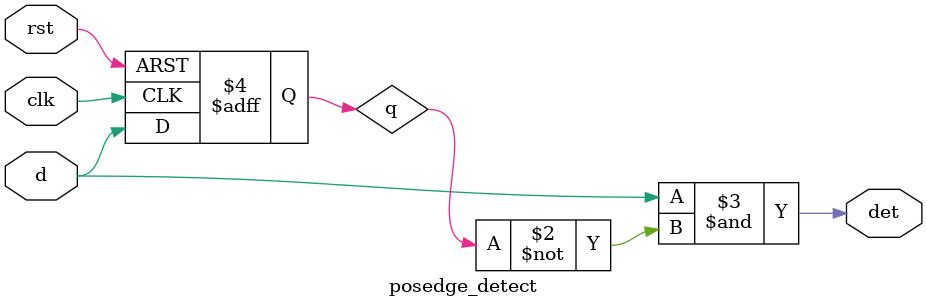
<source format=v>
`timescale 1ns / 1ps
/*
    Engineers: Colton Curtis, Ethan Hua, Rodrigo Becerril Ferreyra
    Company: California State University, Long Beach
    Project: Alarm Clock Final Project
    Date: 31 October 2020
*/
module posedge_detect(clk, rst, d, det);
input wire clk, rst, d;
output wire det;

reg q;
always @(posedge clk, posedge rst)
    if(rst) q <= 1'b0;
    else    q <= d;
assign det = d & ~q;

endmodule

</source>
